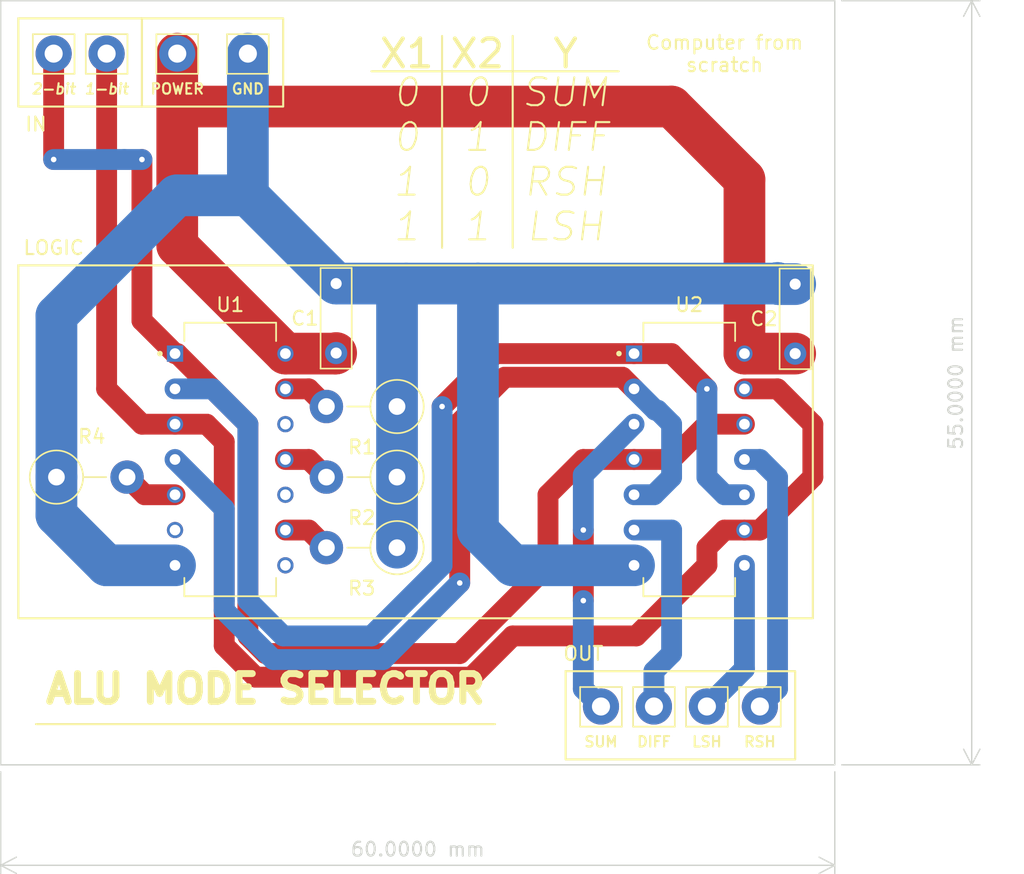
<source format=kicad_pcb>
(kicad_pcb (version 20211014) (generator pcbnew)
  (title_block (title "PCB of ALU mode selector") (date "2022-11-25"))
  (layers (0 "F.Cu" signal) (31 "B.Cu" signal) (34 "B.Paste" user) (35 "F.Paste" user) (36 "B.SilkS" user "B.Silkscreen") (37 "F.SilkS" user "F.Silkscreen") (38 "B.Mask" user) (39 "F.Mask" user) (44 "Edge.Cuts" user))
  (net 0 "")
  (net 1 "+5V")
  (net 2 "GND")
  (net 3 "Net-(J1-Pad1)")
  (net 4 "Net-(J3-Pad1)")
  (net 5 "Net-(U1-Pad2)")
  (net 6 "Net-(U1-Pad4)")
  (net 11 "Net-(R3-Pad2)")
  (net 12 "Net-(R4-Pad2)")
  (net 13 "Net-(J4-Pad1)")
  (net 14 "Net-(J2-Pad1)")
  (net 15 "Net-(J5-Pad1)")
  (net 16 "Net-(J6-Pad1)")
  (net 17 "Net-(R1-Pad2)")
  (net 18 "Net-(R2-Pad2)")
  (footprint "Connector_Pin:Pin_D1.3mm_L11.3mm_W2.8mm_Flat" (layer "F.Cu") (at 90.17 76.2)
    (fp_text reference "J3" hide)
    (fp_text value "SUM" (at 0 2.54) (layer "F.SilkS") (effects (font (size 0.75 0.75))))
    (fp_line (start -1.5 -1.4) (end -1.5 1.45) (layer "F.SilkS") (width 0.12))
    (fp_line (start 1.5 -1.4) (end 1.5 1.45) (layer "F.SilkS") (width 0.12))
    (fp_line (start -1.5 1.45) (end 1.5 1.45) (layer "F.SilkS") (width 0.12))
    (fp_line (start -1.5 -1.4) (end 1.5 -1.4) (layer "F.SilkS") (width 0.12))
    (pad "1" thru_hole circle (at 0 0) (size 2.6 2.6) (drill 1.3) (layers *.Cu *.Mask) (net 4 "Net-(J3-Pad1)"))
  )
  (footprint "Connector_Pin:Pin_D1.3mm_L11.3mm_W2.8mm_Flat" (layer "F.Cu") (at 50.8 29.21)
    (fp_text reference "J1" hide)
    (fp_text value "2-bit" (at 0 2.54) (layer "F.SilkS") (effects (font (size 0.75 0.75) (thickness 0.15) italic)))
    (fp_line (start -1.5 -1.4) (end -1.5 1.45) (layer "F.SilkS") (width 0.12))
    (fp_line (start -1.5 -1.4) (end 1.5 -1.4) (layer "F.SilkS") (width 0.12))
    (fp_line (start -1.5 1.45) (end 1.5 1.45) (layer "F.SilkS") (width 0.12))
    (fp_line (start 1.5 -1.4) (end 1.5 1.45) (layer "F.SilkS") (width 0.12))
    (pad "1" thru_hole circle (at 0 0) (size 2.6 2.6) (drill 1.3) (layers *.Cu *.Mask) (net 3 "Net-(J1-Pad1)"))
  )
  (footprint "Connector_Pin:Pin_D1.3mm_L11.3mm_W2.8mm_Flat" (layer "F.Cu") (at 59.69 29.21)
    (fp_text reference "J8" hide)
    (fp_text value "POWER" (at 0 2.54) (layer "F.SilkS") (effects (font (size 0.75 0.75))))
    (fp_line (start 1.5 -1.4) (end 1.5 1.45) (layer "F.SilkS") (width 0.12))
    (fp_line (start -1.5 -1.4) (end 1.5 -1.4) (layer "F.SilkS") (width 0.12))
    (fp_line (start -1.5 1.45) (end 1.5 1.45) (layer "F.SilkS") (width 0.12))
    (fp_line (start -1.5 -1.4) (end -1.5 1.45) (layer "F.SilkS") (width 0.12))
    (pad "1" thru_hole circle (at 0 0) (size 2.6 2.6) (drill 1.3) (layers *.Cu *.Mask) (net 1 "+5V"))
  )
  (footprint "Capacitor_THT:C_Rect_L7.0mm_W2.0mm_P5.00mm" (layer "F.Cu") (at 104.14 50.8 90)
    (fp_text reference "C2" (at 2.5 -2.25 180) (layer "F.SilkS"))
    (fp_text value "C")
    (fp_line (start -1.12 -1.12) (end -1.12 1.12) (layer "F.SilkS") (width 0.12))
    (fp_line (start -1.12 1.12) (end 6.12 1.12) (layer "F.SilkS") (width 0.12))
    (fp_line (start 6.12 -1.12) (end 6.12 1.12) (layer "F.SilkS") (width 0.12))
    (fp_line (start -1.12 -1.12) (end 6.12 -1.12) (layer "F.SilkS") (width 0.12))
    (pad "1" thru_hole circle (at 0 0 90) (size 1.6 1.6) (drill 0.8) (layers *.Cu *.Mask) (net 1 "+5V"))
    (pad "2" thru_hole circle (at 5 0 90) (size 1.6 1.6) (drill 0.8) (layers *.Cu *.Mask) (net 2 "GND"))
  )
  (footprint "Resistor_THT:R_Axial_DIN0411_L9.9mm_D3.6mm_P5.08mm_Vertical" (layer "F.Cu") (at 51 59.69)
    (fp_text reference "R4" (at 2.54 -2.92) (layer "F.SilkS"))
    (fp_text value "R")
    (fp_line (start 1.92 0) (end 3.58 0) (layer "F.SilkS") (width 0.12))
    (fp_circle (center 0 0) (end 1.92 0) (layer "F.SilkS") (width 0.12) (fill none))
    (pad "1" thru_hole circle (at 0 0) (size 2.4 2.4) (drill 1.2) (layers *.Cu *.Mask) (net 2 "GND"))
    (pad "2" thru_hole oval (at 5.08 0) (size 2.4 2.4) (drill 1.2) (layers *.Cu *.Mask) (net 12 "Net-(R4-Pad2)"))
  )
  (footprint "Capacitor_THT:C_Rect_L7.0mm_W2.0mm_P5.00mm" (layer "F.Cu") (at 71.12 50.76 90)
    (fp_text reference "C1" (at 2.5 -2.25 180) (layer "F.SilkS"))
    (fp_text value "C")
    (fp_line (start -1.12 -1.12) (end -1.12 1.12) (layer "F.SilkS") (width 0.12))
    (fp_line (start -1.12 -1.12) (end 6.12 -1.12) (layer "F.SilkS") (width 0.12))
    (fp_line (start -1.12 1.12) (end 6.12 1.12) (layer "F.SilkS") (width 0.12))
    (fp_line (start 6.12 -1.12) (end 6.12 1.12) (layer "F.SilkS") (width 0.12))
    (pad "1" thru_hole circle (at 0 0 90) (size 1.6 1.6) (drill 0.8) (layers *.Cu *.Mask) (net 1 "+5V"))
    (pad "2" thru_hole circle (at 5 0 90) (size 1.6 1.6) (drill 0.8) (layers *.Cu *.Mask) (net 2 "GND"))
  )
  (footprint "footprints:DIP794W45P254L1969H508Q14" (layer "F.Cu") (at 63.5 58.42)
    (fp_text reference "U1" (at 0 -11.135) (layer "F.SilkS"))
    (fp_text value "SN74HC05N")
    (fp_line (start 3.3 9.845) (end -3.3 9.845) (layer "F.SilkS") (width 0.127))
    (fp_line (start -3.3 9.845) (end -3.3 8.525) (layer "F.SilkS") (width 0.127))
    (fp_line (start 3.3 8.525) (end 3.3 9.845) (layer "F.SilkS") (width 0.127))
    (fp_line (start -3.3 -9.845) (end 3.3 -9.845) (layer "F.SilkS") (width 0.127))
    (fp_line (start 3.3 -9.845) (end 3.3 -8.525) (layer "F.SilkS") (width 0.127))
    (fp_line (start -3.3 -8.525) (end -3.3 -9.845) (layer "F.SilkS") (width 0.127))
    (fp_circle (center -5.055 -7.62) (end -4.955 -7.62) (layer "F.SilkS") (width 0.2) (fill none))
    (pad "1" thru_hole rect locked (at -3.97 -7.62) (size 1.17 1.17) (drill 0.77) (layers *.Cu *.Mask) (net 3 "Net-(J1-Pad1)"))
    (pad "2" thru_hole circle locked (at -3.97 -5.08) (size 1.17 1.17) (drill 0.77) (layers *.Cu *.Mask) (net 5 "Net-(U1-Pad2)"))
    (pad "3" thru_hole circle locked (at -3.97 -2.54) (size 1.17 1.17) (drill 0.77) (layers *.Cu *.Mask) (net 14 "Net-(J2-Pad1)"))
    (pad "4" thru_hole circle locked (at -3.97 0) (size 1.17 1.17) (drill 0.77) (layers *.Cu *.Mask) (net 6 "Net-(U1-Pad4)"))
    (pad "5" thru_hole circle locked (at -3.97 2.54) (size 1.17 1.17) (drill 0.77) (layers *.Cu *.Mask) (net 12 "Net-(R4-Pad2)"))
    (pad "6" thru_hole circle locked (at -3.97 5.08) (size 1.17 1.17) (drill 0.77) (layers *.Cu *.Mask))
    (pad "7" thru_hole circle locked (at -3.97 7.62) (size 1.17 1.17) (drill 0.77) (layers *.Cu *.Mask) (net 2 "GND"))
    (pad "8" thru_hole circle locked (at 3.97 7.62) (size 1.17 1.17) (drill 0.77) (layers *.Cu *.Mask))
    (pad "9" thru_hole circle locked (at 3.97 5.08) (size 1.17 1.17) (drill 0.77) (layers *.Cu *.Mask) (net 11 "Net-(R3-Pad2)"))
    (pad "10" thru_hole circle locked (at 3.97 2.54) (size 1.17 1.17) (drill 0.77) (layers *.Cu *.Mask))
    (pad "11" thru_hole circle locked (at 3.97 0) (size 1.17 1.17) (drill 0.77) (layers *.Cu *.Mask) (net 18 "Net-(R2-Pad2)"))
    (pad "12" thru_hole circle locked (at 3.97 -2.54) (size 1.17 1.17) (drill 0.77) (layers *.Cu *.Mask))
    (pad "13" thru_hole circle locked (at 3.97 -5.08) (size 1.17 1.17) (drill 0.77) (layers *.Cu *.Mask) (net 17 "Net-(R1-Pad2)"))
    (pad "14" thru_hole circle locked (at 3.97 -7.62) (size 1.17 1.17) (drill 0.77) (layers *.Cu *.Mask) (net 1 "+5V"))
  )
  (footprint "Resistor_THT:R_Axial_DIN0411_L9.9mm_D3.6mm_P5.08mm_Vertical" (layer "F.Cu") (at 75.5 59.69 180)
    (fp_text reference "R2" (at 2.54 -2.92) (layer "F.SilkS"))
    (fp_text value "R")
    (fp_line (start 1.92 0) (end 3.58 0) (layer "F.SilkS") (width 0.12))
    (fp_circle (center 0 0) (end 1.92 0) (layer "F.SilkS") (width 0.12) (fill none))
    (pad "1" thru_hole circle (at 0 0 180) (size 2.4 2.4) (drill 1.2) (layers *.Cu *.Mask) (net 2 "GND"))
    (pad "2" thru_hole oval (at 5.08 0 180) (size 2.4 2.4) (drill 1.2) (layers *.Cu *.Mask) (net 18 "Net-(R2-Pad2)"))
  )
  (footprint "Resistor_THT:R_Axial_DIN0411_L9.9mm_D3.6mm_P5.08mm_Vertical" (layer "F.Cu") (at 75.5 64.77 180)
    (fp_text reference "R3" (at 2.54 -2.92) (layer "F.SilkS"))
    (fp_text value "R")
    (fp_line (start 1.92 0) (end 3.58 0) (layer "F.SilkS") (width 0.12))
    (fp_circle (center 0 0) (end 1.92 0) (layer "F.SilkS") (width 0.12) (fill none))
    (pad "1" thru_hole circle (at 0 0 180) (size 2.4 2.4) (drill 1.2) (layers *.Cu *.Mask) (net 2 "GND"))
    (pad "2" thru_hole oval (at 5.08 0 180) (size 2.4 2.4) (drill 1.2) (layers *.Cu *.Mask) (net 11 "Net-(R3-Pad2)"))
  )
  (footprint "footprints:DIP794W45P254L1969H508Q14" (layer "F.Cu") (at 96.52 58.42)
    (fp_text reference "U2" (at 0 -11.135) (layer "F.SilkS"))
    (fp_text value "SN74HC08N")
    (fp_line (start 3.3 -9.845) (end 3.3 -8.525) (layer "F.SilkS") (width 0.127))
    (fp_line (start -3.3 -8.525) (end -3.3 -9.845) (layer "F.SilkS") (width 0.127))
    (fp_line (start 3.3 9.845) (end -3.3 9.845) (layer "F.SilkS") (width 0.127))
    (fp_line (start 3.3 8.525) (end 3.3 9.845) (layer "F.SilkS") (width 0.127))
    (fp_line (start -3.3 9.845) (end -3.3 8.525) (layer "F.SilkS") (width 0.127))
    (fp_line (start -3.3 -9.845) (end 3.3 -9.845) (layer "F.SilkS") (width 0.127))
    (fp_circle (center -5.055 -7.62) (end -4.955 -7.62) (layer "F.SilkS") (width 0.2) (fill none))
    (pad "1" thru_hole rect locked (at -3.97 -7.62) (size 1.17 1.17) (drill 0.77) (layers *.Cu *.Mask) (net 5 "Net-(U1-Pad2)"))
    (pad "2" thru_hole circle locked (at -3.97 -5.08) (size 1.17 1.17) (drill 0.77) (layers *.Cu *.Mask) (net 6 "Net-(U1-Pad4)"))
    (pad "3" thru_hole circle locked (at -3.97 -2.54) (size 1.17 1.17) (drill 0.77) (layers *.Cu *.Mask) (net 4 "Net-(J3-Pad1)"))
    (pad "4" thru_hole circle locked (at -3.97 0) (size 1.17 1.17) (drill 0.77) (layers *.Cu *.Mask) (net 3 "Net-(J1-Pad1)"))
    (pad "5" thru_hole circle locked (at -3.97 2.54) (size 1.17 1.17) (drill 0.77) (layers *.Cu *.Mask) (net 6 "Net-(U1-Pad4)"))
    (pad "6" thru_hole circle locked (at -3.97 5.08) (size 1.17 1.17) (drill 0.77) (layers *.Cu *.Mask) (net 13 "Net-(J4-Pad1)"))
    (pad "7" thru_hole circle locked (at -3.97 7.62) (size 1.17 1.17) (drill 0.77) (layers *.Cu *.Mask) (net 2 "GND"))
    (pad "8" thru_hole circle locked (at 3.97 7.62) (size 1.17 1.17) (drill 0.77) (layers *.Cu *.Mask) (net 15 "Net-(J5-Pad1)"))
    (pad "9" thru_hole circle locked (at 3.97 5.08) (size 1.17 1.17) (drill 0.77) (layers *.Cu *.Mask) (net 14 "Net-(J2-Pad1)"))
    (pad "10" thru_hole circle locked (at 3.97 2.54) (size 1.17 1.17) (drill 0.77) (layers *.Cu *.Mask) (net 5 "Net-(U1-Pad2)"))
    (pad "11" thru_hole circle locked (at 3.97 0) (size 1.17 1.17) (drill 0.77) (layers *.Cu *.Mask) (net 16 "Net-(J6-Pad1)"))
    (pad "12" thru_hole circle locked (at 3.97 -2.54) (size 1.17 1.17) (drill 0.77) (layers *.Cu *.Mask) (net 3 "Net-(J1-Pad1)"))
    (pad "13" thru_hole circle locked (at 3.97 -5.08) (size 1.17 1.17) (drill 0.77) (layers *.Cu *.Mask) (net 14 "Net-(J2-Pad1)"))
    (pad "14" thru_hole circle locked (at 3.97 -7.62) (size 1.17 1.17) (drill 0.77) (layers *.Cu *.Mask) (net 1 "+5V"))
  )
  (footprint "Connector_Pin:Pin_D1.3mm_L11.3mm_W2.8mm_Flat" (layer "F.Cu") (at 54.61 29.21)
    (fp_text reference "J2" hide)
    (fp_text value "1-bit" (at 0 2.54) (layer "F.SilkS") (effects (font (size 0.75 0.75) (thickness 0.15) italic)))
    (fp_line (start -1.5 1.45) (end 1.5 1.45) (layer "F.SilkS") (width 0.12))
    (fp_line (start -1.5 -1.4) (end 1.5 -1.4) (layer "F.SilkS") (width 0.12))
    (fp_line (start -1.5 -1.4) (end -1.5 1.45) (layer "F.SilkS") (width 0.12))
    (fp_line (start 1.5 -1.4) (end 1.5 1.45) (layer "F.SilkS") (width 0.12))
    (pad "1" thru_hole circle (at 0 0) (size 2.6 2.6) (drill 1.3) (layers *.Cu *.Mask) (net 14 "Net-(J2-Pad1)"))
  )
  (footprint "Connector_Pin:Pin_D1.3mm_L11.3mm_W2.8mm_Flat" (layer "F.Cu") (at 101.6 76.2)
    (fp_text reference "J6" hide)
    (fp_text value "RSH" (at 0 2.54) (layer "F.SilkS") (effects (font (size 0.75 0.75))))
    (fp_line (start -1.5 -1.4) (end -1.5 1.45) (layer "F.SilkS") (width 0.12))
    (fp_line (start -1.5 -1.4) (end 1.5 -1.4) (layer "F.SilkS") (width 0.12))
    (fp_line (start 1.5 -1.4) (end 1.5 1.45) (layer "F.SilkS") (width 0.12))
    (fp_line (start -1.5 1.45) (end 1.5 1.45) (layer "F.SilkS") (width 0.12))
    (pad "1" thru_hole circle (at 0 0) (size 2.6 2.6) (drill 1.3) (layers *.Cu *.Mask) (net 16 "Net-(J6-Pad1)"))
  )
  (footprint "Connector_Pin:Pin_D1.3mm_L11.3mm_W2.8mm_Flat" (layer "F.Cu") (at 64.77 29.21)
    (fp_text reference "J7" hide)
    (fp_text value "GND" (at 0 2.54) (layer "F.SilkS") (effects (font (size 0.75 0.75))))
    (fp_line (start 1.5 -1.4) (end 1.5 1.45) (layer "F.SilkS") (width 0.12))
    (fp_line (start -1.5 -1.4) (end -1.5 1.45) (layer "F.SilkS") (width 0.12))
    (fp_line (start -1.5 1.45) (end 1.5 1.45) (layer "F.SilkS") (width 0.12))
    (fp_line (start -1.5 -1.4) (end 1.5 -1.4) (layer "F.SilkS") (width 0.12))
    (pad "1" thru_hole circle (at 0 0) (size 2.6 2.6) (drill 1.3) (layers *.Cu *.Mask) (net 2 "GND"))
  )
  (footprint "Connector_Pin:Pin_D1.3mm_L11.3mm_W2.8mm_Flat" (layer "F.Cu") (at 97.79 76.2)
    (fp_text reference "J5" hide)
    (fp_text value "LSH" (at 0 2.54) (layer "F.SilkS") (effects (font (size 0.75 0.75))))
    (fp_line (start -1.5 -1.4) (end 1.5 -1.4) (layer "F.SilkS") (width 0.12))
    (fp_line (start -1.5 1.45) (end 1.5 1.45) (layer "F.SilkS") (width 0.12))
    (fp_line (start 1.5 -1.4) (end 1.5 1.45) (layer "F.SilkS") (width 0.12))
    (fp_line (start -1.5 -1.4) (end -1.5 1.45) (layer "F.SilkS") (width 0.12))
    (pad "1" thru_hole circle (at 0 0) (size 2.6 2.6) (drill 1.3) (layers *.Cu *.Mask) (net 15 "Net-(J5-Pad1)"))
  )
  (footprint "Connector_Pin:Pin_D1.3mm_L11.3mm_W2.8mm_Flat" (layer "F.Cu") (at 93.98 76.2)
    (fp_text reference "J4" hide)
    (fp_text value "DIFF" (at 0 2.54) (layer "F.SilkS") (effects (font (size 0.75 0.75))))
    (fp_line (start -1.5 1.45) (end 1.5 1.45) (layer "F.SilkS") (width 0.12))
    (fp_line (start -1.5 -1.4) (end -1.5 1.45) (layer "F.SilkS") (width 0.12))
    (fp_line (start -1.5 -1.4) (end 1.5 -1.4) (layer "F.SilkS") (width 0.12))
    (fp_line (start 1.5 -1.4) (end 1.5 1.45) (layer "F.SilkS") (width 0.12))
    (pad "1" thru_hole circle (at 0 0) (size 2.6 2.6) (drill 1.3) (layers *.Cu *.Mask) (net 13 "Net-(J4-Pad1)"))
  )
  (footprint "Resistor_THT:R_Axial_DIN0411_L9.9mm_D3.6mm_P5.08mm_Vertical" (layer "F.Cu") (at 75.5 54.61 180)
    (fp_text reference "R1" (at 2.54 -2.92) (layer "F.SilkS"))
    (fp_text value "R")
    (fp_line (start 1.92 0) (end 3.58 0) (layer "F.SilkS") (width 0.12))
    (fp_circle (center 0 0) (end 1.92 0) (layer "F.SilkS") (width 0.12) (fill none))
    (pad "1" thru_hole circle (at 0 0 180) (size 2.4 2.4) (drill 1.2) (layers *.Cu *.Mask) (net 2 "GND"))
    (pad "2" thru_hole oval (at 5.08 0 180) (size 2.4 2.4) (drill 1.2) (layers *.Cu *.Mask) (net 17 "Net-(R1-Pad2)"))
  )
  (gr_rect (start 48.26 26.67) (end 57.15 33.02) (layer "F.SilkS") (width 0.15) (fill none))
  (gr_rect (start 87.63 73.66) (end 104.14 80.01) (layer "F.SilkS") (width 0.15) (fill none))
  (gr_line (start 73.66 30.48) (end 91.44 30.48) (layer "F.SilkS") (width 0.15))
  (gr_line (start 49.53 77.47) (end 82.55 77.47) (layer "F.SilkS") (width 0.15))
  (gr_line (start 83.82 27.94) (end 83.82 43.18) (layer "F.SilkS") (width 0.15))
  (gr_line (start 78.74 27.94) (end 78.74 43.18) (layer "F.SilkS") (width 0.15))
  (gr_rect (start 67.31 26.67) (end 57.15 33.02) (layer "F.SilkS") (width 0.15) (fill none))
  (gr_rect (start 48.26 44.45) (end 105.41 69.85) (layer "F.SilkS") (width 0.15) (fill none))
  (gr_rect (start 46.99 25.4) (end 106.99 80.4) (layer "Edge.Cuts") (width 0.1) (fill none))
  (gr_text "LOGIC" (at 50.8 43.18) (layer "F.SilkS") (effects (font (size 1 1))))
  (gr_text "ALU MODE SELECTOR\n" (at 66.04 74.93) (layer "F.SilkS") (effects (font (size 2 2) (thickness 0.5))))
  (gr_text "X2\n" (at 81.28 29.21) (layer "F.SilkS") (effects (font (size 2 2) (thickness 0.3))))
  (gr_text "X1" (at 76.2 29.21) (layer "F.SilkS") (effects (font (size 2 2) (thickness 0.3))))
  (gr_text "0\n1\n0\n1" (at 81.28 36.83) (layer "F.SilkS") (effects (font (size 2 2) (thickness 0.15) italic)))
  (gr_text "SUM\nDIFF\nRSH\nLSH" (at 87.63 36.83) (layer "F.SilkS") (effects (font (size 2 2) (thickness 0.15) italic)))
  (gr_text "0\n0\n1\n1" (at 76.2 36.83) (layer "F.SilkS") (effects (font (size 2 2) (thickness 0.15) italic)))
  (gr_text "Y" (at 87.63 29.21) (layer "F.SilkS") (effects (font (size 2 2) (thickness 0.3))))
  (gr_text "Computer from\nscratch" (at 99.06 29.21) (layer "F.SilkS") (effects (font (size 1 1))))
  (gr_text "IN" (at 49.53 34.29) (layer "F.SilkS") (effects (font (size 1 1))))
  (gr_text "OUT" (at 88.9 72.39) (layer "F.SilkS") (effects (font (size 1 1))))
  (dimension (type aligned) (layer "Edge.Cuts") (pts (xy 46.99 80.4) (xy 106.99 80.4)) (height 7.23) (gr_text "60.0000 mm" (at 76.99 86.48) (layer "Edge.Cuts") (effects (font (size 1 1) (thickness 0.15)))) (format (units 3) (units_format 1) (precision 4)) (style (thickness 0.1) (arrow_length 1.27) (text_position_mode 0) (extension_height 0.58642) (extension_offset 0.5) keep_text_aligned))
  (dimension (type aligned) (layer "Edge.Cuts") (pts (xy 106.99 25.4) (xy 106.99 80.4)) (height -9.85) (gr_text "55.0000 mm" (at 115.69 52.9 90) (layer "Edge.Cuts") (effects (font (size 1 1) (thickness 0.15)))) (format (units 3) (units_format 1) (precision 4)) (style (thickness 0.1) (arrow_length 1.27) (text_position_mode 0) (extension_height 0.58642) (extension_offset 0.5) keep_text_aligned))
  (segment (start 71.08 50.8) (end 71.12 50.76) (width 3) (layer "F.Cu") (net 1))
  (segment (start 67.47 50.8) (end 71.08 50.8) (width 3) (layer "F.Cu") (net 1))
  (segment (start 59.69 43.02) (end 67.47 50.8) (width 3) (layer "F.Cu") (net 1))
  (segment (start 59.69 29.21) (end 59.69 33.02) (width 3) (layer "F.Cu") (net 1))
  (segment (start 95.25 33.02) (end 100.49 38.26) (width 3) (layer "F.Cu") (net 1))
  (segment (start 100.49 38.26) (end 100.49 50.8) (width 3) (layer "F.Cu") (net 1))
  (segment (start 100.49 50.8) (end 104.14 50.8) (width 3) (layer "F.Cu") (net 1))
  (segment (start 59.69 33.02) (end 59.69 43.02) (width 3) (layer "F.Cu") (net 1))
  (segment (start 59.69 33.02) (end 95.25 33.02) (width 3) (layer "F.Cu") (net 1))
  (segment (start 54.61 66.04) (end 51 62.43) (width 3) (layer "B.Cu") (net 2))
  (segment (start 81.32 45.76) (end 102.83 45.76) (width 3) (layer "B.Cu") (net 2))
  (segment (start 102.83 45.76) (end 102.87 45.72) (width 3) (layer "B.Cu") (net 2))
  (segment (start 75.5 46.42) (end 76.16 45.76) (width 1.5) (layer "B.Cu") (net 2))
  (segment (start 64.77 29.21) (end 64.77 39.41) (width 3) (layer "B.Cu") (net 2))
  (segment (start 76.16 45.76) (end 81.32 45.76) (width 3) (layer "B.Cu") (net 2))
  (segment (start 75.5 64.77) (end 75.5 46.42) (width 3) (layer "B.Cu") (net 2))
  (segment (start 51 59.69) (end 51 48.06) (width 3) (layer "B.Cu") (net 2))
  (segment (start 51 62.43) (end 51 59.69) (width 3) (layer "B.Cu") (net 2))
  (segment (start 102.87 45.72) (end 102.95 45.8) (width 3) (layer "B.Cu") (net 2))
  (segment (start 102.95 45.8) (end 104.14 45.8) (width 3) (layer "B.Cu") (net 2))
  (segment (start 59.53 66.04) (end 54.61 66.04) (width 3) (layer "B.Cu") (net 2))
  (segment (start 83.82 66.04) (end 92.55 66.04) (width 3) (layer "B.Cu") (net 2))
  (segment (start 81.32 63.54) (end 83.82 66.04) (width 3) (layer "B.Cu") (net 2))
  (segment (start 71.12 45.76) (end 76.16 45.76) (width 3) (layer "B.Cu") (net 2))
  (segment (start 59.65 39.41) (end 64.77 39.41) (width 3) (layer "B.Cu") (net 2))
  (segment (start 64.77 39.41) (end 71.12 45.76) (width 3) (layer "B.Cu") (net 2))
  (segment (start 51 48.06) (end 59.65 39.41) (width 3) (layer "B.Cu") (net 2))
  (segment (start 81.32 45.76) (end 81.32 63.54) (width 3) (layer "B.Cu") (net 2))
  (segment (start 86.36 66.04) (end 86.36 60.96) (width 1.5) (layer "F.Cu") (net 3))
  (segment (start 57.15 36.83) (end 57.15 48.42) (width 1.5) (layer "F.Cu") (net 3))
  (segment (start 59.53 50.8) (end 59.69 50.8) (width 1.5) (layer "F.Cu") (net 3))
  (segment (start 64.77 55.88) (end 64.77 71.12) (width 1.5) (layer "F.Cu") (net 3))
  (segment (start 59.69 50.8) (end 64.77 55.88) (width 1.5) (layer "F.Cu") (net 3))
  (segment (start 57.15 48.42) (end 59.53 50.8) (width 1.5) (layer "F.Cu") (net 3))
  (segment (start 95.25 58.42) (end 92.55 58.42) (width 1.5) (layer "F.Cu") (net 3))
  (segment (start 97.79 55.88) (end 95.25 58.42) (width 1.5) (layer "F.Cu") (net 3))
  (segment (start 50.8 29.21) (end 50.8 36.83) (width 1.5) (layer "F.Cu") (net 3))
  (segment (start 86.36 60.96) (end 88.9 58.42) (width 1.5) (layer "F.Cu") (net 3))
  (segment (start 80.01 72.39) (end 86.36 66.04) (width 1.5) (layer "F.Cu") (net 3))
  (segment (start 66.04 72.39) (end 80.01 72.39) (width 1.5) (layer "F.Cu") (net 3))
  (segment (start 100.49 55.88) (end 97.79 55.88) (width 1.5) (layer "F.Cu") (net 3))
  (segment (start 64.77 71.12) (end 66.04 72.39) (width 1.5) (layer "F.Cu") (net 3))
  (segment (start 88.9 58.42) (end 92.55 58.42) (width 1.5) (layer "F.Cu") (net 3))
  (via (at 57.15 36.83) (size 0.8) (drill 0.4) (layers "F.Cu" "B.Cu") (net 3))
  (via (at 50.8 36.83) (size 0.8) (drill 0.4) (layers "F.Cu" "B.Cu") (net 3))
  (segment (start 50.8 36.83) (end 55.88 36.83) (width 1.5) (layer "B.Cu") (net 3))
  (segment (start 55.88 36.83) (end 57.15 36.83) (width 1.5) (layer "B.Cu") (net 3))
  (segment (start 88.9 63.5) (end 88.9 68.58) (width 1.5) (layer "F.Cu") (net 4))
  (via (at 88.9 63.5) (size 0.8) (drill 0.4) (layers "F.Cu" "B.Cu") (net 4))
  (via (at 88.9 68.58) (size 0.8) (drill 0.4) (layers "F.Cu" "B.Cu") (net 4))
  (segment (start 88.9 59.53) (end 88.9 59.69) (width 1.5) (layer "B.Cu") (net 4))
  (segment (start 88.9 68.58) (end 88.9 74.93) (width 1.5) (layer "B.Cu") (net 4))
  (segment (start 92.55 55.88) (end 88.9 59.53) (width 1.5) (layer "B.Cu") (net 4))
  (segment (start 88.9 59.69) (end 88.9 63.5) (width 1.5) (layer "B.Cu") (net 4))
  (segment (start 88.9 74.93) (end 90.17 76.2) (width 1.5) (layer "B.Cu") (net 4))
  (segment (start 78.74 54.61) (end 82.55 50.8) (width 1.5) (layer "F.Cu") (net 5))
  (segment (start 82.55 50.8) (end 92.55 50.8) (width 1.5) (layer "F.Cu") (net 5))
  (segment (start 92.55 50.8) (end 95.25 50.8) (width 1.5) (layer "F.Cu") (net 5))
  (segment (start 95.25 50.8) (end 97.79 53.34) (width 1.5) (layer "F.Cu") (net 5))
  (via (at 78.74 54.61) (size 0.8) (drill 0.4) (layers "F.Cu" "B.Cu") (net 5))
  (via (at 97.79 53.34) (size 0.8) (drill 0.4) (layers "F.Cu" "B.Cu") (net 5))
  (segment (start 78.74 66.04) (end 78.74 54.61) (width 1.5) (layer "B.Cu") (net 5))
  (segment (start 99.06 60.96) (end 100.49 60.96) (width 1.5) (layer "B.Cu") (net 5))
  (segment (start 59.53 53.34) (end 62.23 53.34) (width 1.5) (layer "B.Cu") (net 5))
  (segment (start 64.77 68.58) (end 67.31 71.12) (width 1.5) (layer "B.Cu") (net 5))
  (segment (start 62.23 53.34) (end 64.77 55.88) (width 1.5) (layer "B.Cu") (net 5))
  (segment (start 73.66 71.12) (end 78.74 66.04) (width 1.5) (layer "B.Cu") (net 5))
  (segment (start 97.79 53.34) (end 97.79 59.69) (width 1.5) (layer "B.Cu") (net 5))
  (segment (start 64.77 55.88) (end 64.77 68.58) (width 1.5) (layer "B.Cu") (net 5))
  (segment (start 97.79 59.69) (end 99.06 60.96) (width 1.5) (layer "B.Cu") (net 5))
  (segment (start 67.31 71.12) (end 73.66 71.12) (width 1.5) (layer "B.Cu") (net 5))
  (segment (start 80.01 55.744164) (end 83.254164 52.5) (width 1.5) (layer "F.Cu") (net 6))
  (segment (start 80.01 67.31) (end 80.01 55.744164) (width 1.5) (layer "F.Cu") (net 6))
  (segment (start 91.71 52.5) (end 92.55 53.34) (width 1.5) (layer "F.Cu") (net 6))
  (segment (start 83.254164 52.5) (end 91.71 52.5) (width 1.5) (layer "F.Cu") (net 6))
  (via (at 80.01 67.31) (size 0.8) (drill 0.4) (layers "F.Cu" "B.Cu") (net 6))
  (segment (start 94.085 54.875) (end 94.245 54.875) (width 1.5) (layer "B.Cu") (net 6))
  (segment (start 59.53 58.42) (end 63.07 61.96) (width 1.5) (layer "B.Cu") (net 6))
  (segment (start 63.07 61.96) (end 63.07 68.58) (width 1.5) (layer "B.Cu") (net 6))
  (segment (start 63.07 69.284164) (end 66.605836 72.82) (width 1.5) (layer "B.Cu") (net 6))
  (segment (start 95.25 59.69) (end 93.98 60.96) (width 1.5) (layer "B.Cu") (net 6))
  (segment (start 74.5 72.82) (end 80.01 67.31) (width 1.5) (layer "B.Cu") (net 6))
  (segment (start 93.98 60.96) (end 92.55 60.96) (width 1.5) (layer "B.Cu") (net 6))
  (segment (start 94.245 54.875) (end 95.25 55.88) (width 1.5) (layer "B.Cu") (net 6))
  (segment (start 66.605836 72.82) (end 74.5 72.82) (width 1.5) (layer "B.Cu") (net 6))
  (segment (start 63.07 68.58) (end 63.07 69.284164) (width 1.5) (layer "B.Cu") (net 6))
  (segment (start 92.55 53.34) (end 94.085 54.875) (width 1.5) (layer "B.Cu") (net 6))
  (segment (start 95.25 55.88) (end 95.25 59.69) (width 1.5) (layer "B.Cu") (net 6))
  (segment (start 70.42 64.77) (end 69.15 63.5) (width 1.5) (layer "F.Cu") (net 11))
  (segment (start 69.15 63.5) (end 67.47 63.5) (width 1.5) (layer "F.Cu") (net 11))
  (segment (start 57.35 60.96) (end 59.53 60.96) (width 1.5) (layer "F.Cu") (net 12))
  (segment (start 56.08 59.69) (end 57.35 60.96) (width 1.5) (layer "F.Cu") (net 12))
  (segment (start 93.98 73.66) (end 93.98 76.2) (width 1.5) (layer "B.Cu") (net 13))
  (segment (start 92.55 63.5) (end 95.25 63.5) (width 1.5) (layer "B.Cu") (net 13))
  (segment (start 95.25 63.5) (end 95.25 72.39) (width 1.5) (layer "B.Cu") (net 13))
  (segment (start 95.25 72.39) (end 93.98 73.66) (width 1.5) (layer "B.Cu") (net 13))
  (segment (start 105.41 59.69) (end 105.41 55.88) (width 1.5) (layer "F.Cu") (net 14))
  (segment (start 63.07 71.824163) (end 65.335837 74.09) (width 1.5) (layer "F.Cu") (net 14))
  (segment (start 59.53 55.88) (end 61.8 55.88) (width 1.5) (layer "F.Cu") (net 14))
  (segment (start 101.6 63.5) (end 105.41 59.69) (width 1.5) (layer "F.Cu") (net 14))
  (segment (start 99.06 63.5) (end 100.49 63.5) (width 1.5) (layer "F.Cu") (net 14))
  (segment (start 97.79 64.77) (end 99.06 63.5) (width 1.5) (layer "F.Cu") (net 14))
  (segment (start 97.79 66.04) (end 97.79 64.77) (width 1.5) (layer "F.Cu") (net 14))
  (segment (start 92.71 71.12) (end 97.79 66.04) (width 1.5) (layer "F.Cu") (net 14))
  (segment (start 54.61 53.34) (end 57.15 55.88) (width 1.5) (layer "F.Cu") (net 14))
  (segment (start 54.61 29.21) (end 54.61 53.34) (width 1.5) (layer "F.Cu") (net 14))
  (segment (start 59.53 55.88) (end 57.15 55.88) (width 1.5) (layer "F.Cu") (net 14))
  (segment (start 102.87 53.34) (end 100.49 53.34) (width 1.5) (layer "F.Cu") (net 14))
  (segment (start 80.85 74.09) (end 83.82 71.12) (width 1.5) (layer "F.Cu") (net 14))
  (segment (start 100.49 63.5) (end 101.6 63.5) (width 1.5) (layer "F.Cu") (net 14))
  (segment (start 61.8 55.88) (end 63.07 57.15) (width 1.5) (layer "F.Cu") (net 14))
  (segment (start 105.41 55.88) (end 102.87 53.34) (width 1.5) (layer "F.Cu") (net 14))
  (segment (start 63.07 57.15) (end 63.07 71.824163) (width 1.5) (layer "F.Cu") (net 14))
  (segment (start 65.335837 74.09) (end 80.85 74.09) (width 1.5) (layer "F.Cu") (net 14))
  (segment (start 83.82 71.12) (end 92.71 71.12) (width 1.5) (layer "F.Cu") (net 14))
  (segment (start 100.49 73.5) (end 97.79 76.2) (width 1.5) (layer "B.Cu") (net 15))
  (segment (start 100.49 66.04) (end 100.49 73.5) (width 1.5) (layer "B.Cu") (net 15))
  (segment (start 100.49 58.42) (end 101.6 58.42) (width 1.5) (layer "B.Cu") (net 16))
  (segment (start 102.87 74.93) (end 101.6 76.2) (width 1.5) (layer "B.Cu") (net 16))
  (segment (start 102.87 59.69) (end 102.87 74.93) (width 1.5) (layer "B.Cu") (net 16))
  (segment (start 101.6 58.42) (end 102.87 59.69) (width 1.5) (layer "B.Cu") (net 16))
  (segment (start 70.42 54.61) (end 69.15 53.34) (width 1.5) (layer "F.Cu") (net 17))
  (segment (start 69.15 53.34) (end 67.47 53.34) (width 1.5) (layer "F.Cu") (net 17))
  (segment (start 69.15 58.42) (end 67.47 58.42) (width 1.5) (layer "F.Cu") (net 18))
  (segment (start 70.42 59.69) (end 69.15 58.42) (width 1.5) (layer "F.Cu") (net 18))
)
</source>
